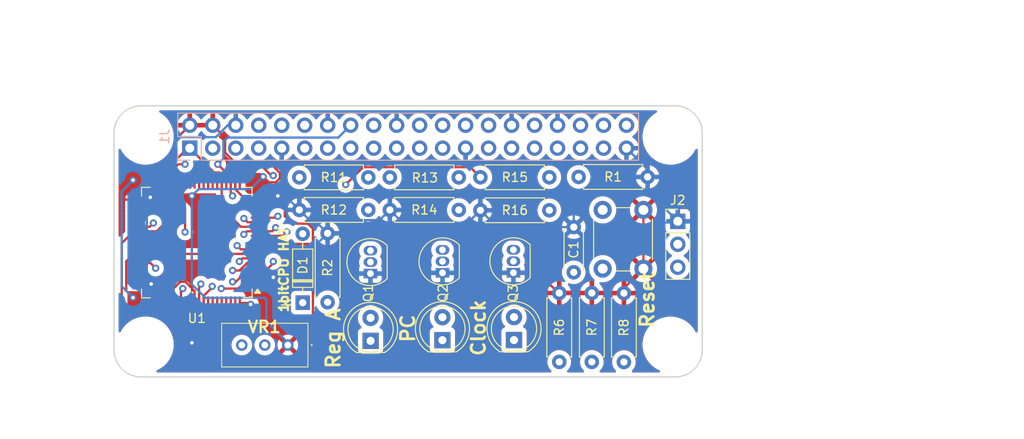
<source format=kicad_pcb>
(kicad_pcb (version 20240108) (generator "pcbnew") (generator_version "8.0")
  (layers (0 "F.Cu" jumper) (1 "In1.Cu" signal) (2 "In2.Cu" signal) (31 "B.Cu" signal) (34 "B.Paste" user) (35 "F.Paste" user) (36 "B.SilkS" user "B.Silkscreen") (37 "F.SilkS" user "F.Silkscreen") (38 "B.Mask" user) (39 "F.Mask" user) (44 "Edge.Cuts" user))
  (net 0 "")
  (net 1 "GND")
  (net 2 "+5V")
  (net 3 "Net-(LED1-A)")
  (net 4 "Net-(LED2-A)")
  (net 5 "Net-(LED3-A)")
  (net 6 "Net-(LED1-K)")
  (net 7 "Net-(LED2-K)")
  (net 8 "Net-(LED3-K)")
  (net 9 "Net-(Q1-B)")
  (net 10 "Net-(Q2-B)")
  (net 11 "Net-(Q3-B)")
  (net 12 "/GPIO11_SPI_SCLK")
  (net 13 "/ID_SD")
  (net 14 "+3V3")
  (net 15 "/GPIO26")
  (net 16 "/GPIO7_SPI_CE1_N")
  (net 17 "/GPIO19")
  (net 18 "/GPIO8_SPI_CE0_N")
  (net 19 "/GPIO12")
  (net 20 "/GPIO5")
  (net 21 "/GPIO27_GEN2")
  (net 22 "/GPIO10_SPI_MOSI")
  (net 23 "/GPIO9_SPI_MISO")
  (net 24 "/GPIO14_TXD0")
  (net 25 "/GPIO25_GEN6")
  (net 26 "/GPIO23_GEN4")
  (net 27 "/GPIO15_RXD0")
  (net 28 "/GPIO20")
  (net 29 "/GPIO21")
  (net 30 "/ID_SC")
  (net 31 "/GPIO17_GEN0")
  (net 32 "/GPIO16")
  (net 33 "/GPIO18_GEN1")
  (net 34 "/GPIO6")
  (net 35 "/GPIO3_SCL1")
  (net 36 "/GPIO4_GPIO_GCLK")
  (net 37 "/GPIO2_SDA1")
  (net 38 "/GPIO13")
  (net 39 "Net-(U1-CLK_GXP)")
  (net 77 "Net-(U1-IN_RYO)")
  (net 78 "Net-(U1-IN_B02)")
  (net 79 "Net-(U1-IN_B04)")
  (net 80 "Net-(U1-IN_B08)")
  (net 81 "Net-(U1-PROG0_GXP)")
  (net 82 "Net-(U1-IN_B11)")
  (net 83 "Net-(U1-OUT_B13)")
  (net 84 "/GPIO24_GEN5")
  (net 85 "/GPIO22_GEN3")
  (net 86 "Net-(D1-K)")
  (footprint "LED_THT:LED_D5.0mm" (layer "F.Cu") (at 167.1 115.7 90)
    (property "Reference" "LED3" (hide yes))
    (property "Value" "LED" (hide yes))
  )
  (footprint "Package_TO_SOT_THT:TO-92_Inline" (layer "F.Cu") (at 167.035 108.25 90)
    (property "Reference" "Q3")
    (property "Value" "2SC1815")
  )
  (footprint "Resistor_THT:R_Axial_DIN0207_L6.3mm_D2.5mm_P7.62mm_Horizontal" (layer "F.Cu") (at 163.385 97.69)
    (property "Reference" "R15")
    (property "Value" "20k")
  )
  (footprint "Package_TO_SOT_THT:TO-92_Inline" (layer "F.Cu") (at 151.235 108.34 90)
    (property "Reference" "Q1")
    (property "Value" "2SC1815")
  )
  (footprint "LED_THT:LED_D5.0mm" (layer "F.Cu") (at 151.25 115.785 90)
    (property "Reference" "LED1" (hide yes))
    (property "Value" "LED" (hide yes))
  )
  (footprint "HAT_conn:MountingHole_2.7mm_M2.5_uHAT_RPi" (layer "F.Cu") (at 126.4 93.2)
    (property "Reference" "H3" (hide yes))
    (property "Value" "MountingHole")
  )
  (footprint "Resistor_THT:R_Axial_DIN0207_L6.3mm_D2.5mm_P7.62mm_Horizontal" (layer "F.Cu") (at 179.245 118.125 90)
    (property "Reference" "R8")
    (property "Value" "1k")
  )
  (footprint "HAT_conn:MountingHole_2.7mm_M2.5_uHAT_RPi" (layer "F.Cu") (at 126.4 116.2)
    (property "Reference" "H4" (hide yes))
    (property "Value" "MountingHole")
  )
  (footprint "Connector_PinHeader_2.54mm:PinHeader_1x03_P2.54mm_Vertical" (layer "F.Cu") (at 185.2 102.56)
    (property "Reference" "J2")
    (property "Value" "Conn_01x03")
  )
  (footprint "Resistor_THT:R_Axial_DIN0207_L6.3mm_D2.5mm_P7.62mm_Horizontal" (layer "F.Cu") (at 174.24 97.65)
    (property "Reference" "R1")
    (property "Value" "10k")
  )
  (footprint "LED_THT:LED_D5.0mm" (layer "F.Cu") (at 159.19 115.71 90)
    (property "Reference" "LED2" (hide yes))
    (property "Value" "LED" (hide yes))
  )
  (footprint "HAT_conn:MountingHole_2.7mm_M2.5_uHAT_RPi" (layer "F.Cu") (at 184.4 116.2)
    (property "Reference" "H2" (hide yes))
    (property "Value" "MountingHole")
  )
  (footprint "HAT_conn:3296W1103" (layer "F.Cu") (at 142.1 116.25 180)
    (property "Reference" "VR1")
    (property "Value" "3296W-1-103" (hide yes))
  )
  (footprint "Resistor_THT:R_Axial_DIN0207_L6.3mm_D2.5mm_P7.62mm_Horizontal" (layer "F.Cu") (at 175.7 118.11 90)
    (property "Reference" "R7")
    (property "Value" "1k")
  )
  (footprint "Button_Switch_THT:SW_PUSH_6mm" (layer "F.Cu") (at 181.4 101.3 -90)
    (property "Reference" "SW3" (hide yes))
    (property "Value" "SW_Push" (hide yes))
  )
  (footprint "Package_TO_SOT_THT:TO-92_Inline" (layer "F.Cu") (at 159.2 108.26 90)
    (property "Reference" "Q2")
    (property "Value" "2SC1815")
  )
  (footprint "Resistor_THT:R_Axial_DIN0207_L6.3mm_D2.5mm_P7.62mm_Horizontal" (layer "F.Cu") (at 171.005 101.34 180)
    (property "Reference" "R16")
    (property "Value" "10k")
  )
  (footprint "Diode_THT:D_DO-35_SOD27_P7.62mm_Horizontal" (layer "F.Cu") (at 143.75 111.56 90)
    (property "Reference" "D1")
    (property "Value" "1N4148")
  )
  (footprint "Resistor_THT:R_Axial_DIN0207_L6.3mm_D2.5mm_P7.62mm_Horizontal" (layer "F.Cu") (at 151 101.3 180)
    (property "Reference" "R12")
    (property "Value" "10k")
  )
  (footprint "Package_QFP:LQFP-80_12x12mm_P0.5mm" (layer "F.Cu") (at 132.05 104.9125 180)
    (property "Reference" "U1")
    (property "Value" "PTC06-1")
  )
  (footprint "Resistor_THT:R_Axial_DIN0207_L6.3mm_D2.5mm_P7.62mm_Horizontal" (layer "F.Cu") (at 161 101.3 180)
    (property "Reference" "R14")
    (property "Value" "10k")
  )
  (footprint "Capacitor_THT:C_Disc_D4.3mm_W1.9mm_P5.00mm" (layer "F.Cu") (at 173.7 103.2 -90)
    (property "Reference" "C1")
    (property "Value" "0.1u")
  )
  (footprint "Resistor_THT:R_Axial_DIN0207_L6.3mm_D2.5mm_P7.62mm_Horizontal" (layer "F.Cu") (at 146.5 111.51 90)
    (property "Reference" "R2")
    (property "Value" "1k")
  )
  (footprint "Resistor_THT:R_Axial_DIN0207_L6.3mm_D2.5mm_P7.62mm_Horizontal" (layer "F.Cu") (at 143.38 97.7)
    (property "Reference" "R11")
    (property "Value" "20k")
  )
  (footprint "Resistor_THT:R_Axial_DIN0207_L6.3mm_D2.5mm_P7.62mm_Horizontal" (layer "F.Cu") (at 172.1 118.11 90)
    (property "Reference" "R6")
    (property "Value" "1k")
  )
  (footprint "HAT_conn:MountingHole_2.7mm_M2.5_uHAT_RPi" (layer "F.Cu") (at 184.4 93.2)
    (property "Reference" "H1" (hide yes))
    (property "Value" "MountingHole")
  )
  (footprint "Resistor_THT:R_Axial_DIN0207_L6.3mm_D2.5mm_P7.62mm_Horizontal" (layer "F.Cu") (at 153.38 97.7)
    (property "Reference" "R13")
    (property "Value" "20k")
  )
  (footprint "HAT_conn:PinSocket_2x20_P2.54mm_Vertical_Centered_Anchor" (layer "B.Cu") (at 155.4 93.2 -90)
    (property "Reference" "J1")
    (property "Value" "GPIO_CONNECTOR")
  )
  (gr_arc (start 122.9 92.78) (mid 123.77868 90.65868) (end 125.9 89.78) (stroke (width 0.15)) (layer "Edge.Cuts"))
  (gr_line (start 187.9 92.78) (end 187.9 116.78) (stroke (width 0.15)) (layer "Edge.Cuts"))
  (gr_arc (start 125.9 119.78) (mid 123.77868 118.90132) (end 122.9 116.78) (stroke (width 0.15)) (layer "Edge.Cuts"))
  (gr_line (start 184.4 119.78) (end 184.9 119.78) (stroke (width 0.15)) (layer "Edge.Cuts"))
  (gr_arc (start 184.9 89.78) (mid 187.02132 90.65868) (end 187.9 92.78) (stroke (width 0.15)) (layer "Edge.Cuts"))
  (gr_line (start 125.9 89.78) (end 184.9 89.78) (stroke (width 0.15)) (layer "Edge.Cuts"))
  (gr_line (start 122.9 116.78) (end 122.9 92.78) (stroke (width 0.15)) (layer "Edge.Cuts"))
  (gr_arc (start 187.9 116.78) (mid 187.02132 118.90132) (end 184.9 119.78) (stroke (width 0.15)) (layer "Edge.Cuts"))
  (gr_line (start 126.4 119.78) (end 125.9 119.78) (stroke (width 0.15)) (layer "Edge.Cuts"))
  (gr_line (start 126.4 119.78) (end 184.4 119.78) (stroke (width 0.15)) (layer "Edge.Cuts"))
  (gr_text "Clock" (at 164.05 117.61 90) (layer "F.SilkS") (effects (font (size 1.5 1.5) (thickness 0.3) (bold yes)) (justify left bottom)))
  (gr_text "Reg A" (at 148 119 90) (layer "F.SilkS") (effects (font (size 1.5 1.5) (thickness 0.3) (bold yes)) (justify left bottom)))
  (gr_text "Reset" (at 182.7 114.5 90) (layer "F.SilkS") (effects (font (size 1.5 1.5) (thickness 0.3) (bold yes)) (justify left bottom)))
  (gr_text "1bitCPU HAT\n" (at 142.25 112.75 90) (layer "F.SilkS") (effects (font (size 1 1) (thickness 0.25) (bold yes)) (justify left bottom)))
  (gr_text "PC" (at 156.25 116.11 90) (layer "F.SilkS") (effects (font (size 1.5 1.5) (thickness 0.3) (bold yes)) (justify left bottom)))
  (segment (start 151.235 108.34) (end 151.01 108.34) (width 0.25) (layer "F.Cu") (net 1))
  (segment (start 125.3625 100.6625) (end 126.14974 100.6625) (width 0.25) (layer "F.Cu") (net 1))
  (segment (start 131.3 111.6) (end 131.3 115.8) (width 0.25) (layer "F.Cu") (net 1))
  (segment (start 138.7375 109.1625) (end 140.0875 109.1625) (width 0.25) (layer "F.Cu") (net 1))
  (segment (start 125.3625 109.6625) (end 126.8375 109.6625) (width 0.25) (layer "F.Cu") (net 1))
  (segment (start 131.3 115.8) (end 131.5 116) (width 0.25) (layer "F.Cu") (net 1))
  (segment (start 136.3 99.01224) (end 137.45026 100.1625) (width 0.25) (layer "F.Cu") (net 1))
  (segment (start 136.3 98.225) (end 136.3 99.01224) (width 0.25) (layer "F.Cu") (net 1))
  (segment (start 127.3 99.51224) (end 127.3 98.225) (width 0.25) (layer "F.Cu") (net 1))
  (segment (start 126.8375 109.6625) (end 127 109.5) (width 0.25) (layer "F.Cu") (net 1))
  (segment (start 126.14974 100.6625) (end 126.90612 99.90612) (width 0.25) (layer "F.Cu") (net 1))
  (segment (start 137.45026 100.1625) (end 138.7375 100.1625) (width 0.25) (layer "F.Cu") (net 1))
  (segment (start 140.5875 100.1625) (end 141 99.75) (width 0.25) (layer "F.Cu") (net 1))
  (segment (start 138.7375 100.1625) (end 140.5875 100.1625) (width 0.25) (layer "F.Cu") (net 1))
  (segment (start 140.0875 109.1625) (end 140.5 108.75) (width 0.25) (layer "F.Cu") (net 1))
  (segment (start 126.90612 99.90612) (end 127.3 99.51224) (width 0.25) (layer "F.Cu") (net 1))
  (segment (start 137.85 111.6) (end 138 111.75) (width 0.25) (layer "F.Cu") (net 1))
  (segment (start 136.8 111.6) (end 137.85 111.6) (width 0.25) (layer "F.Cu") (net 1))
  (segment (start 141.43 94.47) (end 141.675 94.715) (width 0.25) (layer "F.Cu") (net 1))
  (via (at 127 109.5) (size 0.8) (drill 0.4) (layers "F.Cu" "B.Cu") (net 1))
  (via (at 140.5 108.75) (size 0.8) (drill 0.4) (layers "F.Cu" "B.Cu") (net 1))
  (via (at 126.90612 99.90612) (size 0.8) (drill 0.4) (layers "F.Cu" "B.Cu") (net 1))
  (via (at 141 99.75) (size 0.8) (drill 0.4) (layers "F.Cu" "B.Cu") (net 1))
  (via (at 138 111.75) (size 0.8) (drill 0.4) (layers "F.Cu" "B.Cu") (net 1))
  (via (at 131.5 116) (size 0.8) (drill 0.4) (layers "F.Cu" "B.Cu") (net 1))
  (segment (start 146.5 103.89) (end 145.035 102.425) (width 0.25) (layer "B.Cu") (net 1))
  (segment (start 133.75 116) (end 131.5 116) (width 0.25) (layer "B.Cu") (net 1))
  (segment (start 167.025 108.26) (end 167.035 108.25) (width 0.25) (layer "B.Cu") (net 1))
  (segment (start 146.5 105.09) (end 146.5 103.89) (width 0.25) (layer "B.Cu") (net 1))
  (segment (start 181.86 97.65) (end 181.86 99.22) (width 0.25) (layer "B.Cu") (net 1))
  (segment (start 141.43 99.32) (end 141 99.75) (width 0.25) (layer "B.Cu") (net 1))
  (segment (start 159.2 108.26) (end 167.025 108.26) (width 0.25) (layer "B.Cu") (net 1))
  (segment (start 181.86 99.22) (end 185.2 102.56) (width 0.25) (layer "B.Cu") (net 1))
  (segment (start 135.471701 91.93) (end 134.151701 93.25) (width 0.25) (layer "B.Cu") (net 1))
  (segment (start 168.65 108.25) (end 173.7 103.2) (width 0.25) (layer "B.Cu") (net 1))
  (segment (start 126.525 100.475) (end 126.525 109.025) (width 0.25) (layer "B.Cu") (net 1))
  (segment (start 130.25 93.25) (end 129.625 93.875) (width 0.25) (layer "B.Cu") (net 1))
  (segment (start 161.975 102.75) (end 163.385 101.34) (width 0.25) (layer "B.Cu") (net 1))
  (segment (start 181.86 97.65) (end 177.6 97.65) (width 0.25) (layer "B.Cu") (net 1))
  (segment (start 143.38 101.3) (end 144.505 102.425) (width 0.25) (layer "B.Cu") (net 1))
  (segment (start 153.38 101.3) (end 154.83 102.75) (width 0.25) (layer "B.Cu") (net 1))
  (segment (start 127 109.5) (end 129.25 111.75) (width 0.25) (layer "B.Cu") (net 1))
  (segment (start 126.90612 99.90612) (end 126.90612 100.09388) (width 0.25) (layer "B.Cu") (net 1))
  (segment (start 138 111.75) (end 133.75 116) (width 0.25) (layer "B.Cu") (net 1))
  (segment (start 149.75 108.34) (end 151.235 108.34) (width 0.25) (layer "B.Cu") (net 1))
  (segment (start 140.5 108.69) (end 140.5 108.75) (width 0.25) (layer "B.Cu") (net 1))
  (segment (start 181.86 96.8) (end 181.86 97.65) (width 0.25) (layer "B.Cu") (net 1))
  (segment (start 167.035 108.25) (end 168.65 108.25) (width 0.25) (layer "B.Cu") (net 1))
  (segment (start 149.75 108.34) (end 146.5 105.09) (width 0.25) (layer "B.Cu") (net 1))
  (segment (start 129.625 93.875) (end 129.625 97.18724) (width 0.25) (layer "B.Cu") (net 1))
  (segment (start 152.255 102.425) (end 153.38 101.3) (width 0.25) (layer "B.Cu") (net 1))
  (segment (start 141 99.75) (end 141.83 99.75) (width 0.25) (layer "B.Cu") (net 1))
  (segment (start 141.64 108.75) (end 140.5 108.75) (width 0.25) (layer "B.Cu") (net 1))
  (segment (start 141.83 99.75) (end 143.38 101.3) (width 0.25) (layer "B.Cu") (net 1))
  (segment (start 165.245 103.2) (end 173.7 103.2) (width 0.25) (layer "B.Cu") (net 1))
  (segment (start 145.035 102.425) (end 144.505 102.425) (width 0.25) (layer "B.Cu") (net 1))
  (segment (start 151.235 108.34) (end 159.12 108.34) (width 0.25) (layer "B.Cu") (net 1))
  (segment (start 144.505 102.425) (end 152.255 102.425) (width 0.25) (layer "B.Cu") (net 1))
  (segment (start 154.83 102.75) (end 161.975 102.75) (width 0.25) (layer "B.Cu") (net 1))
  (segment (start 126.90612 100.09388) (end 126.525 100.475) (width 0.25) (layer "B.Cu") (net 1))
  (segment (start 163.385 101.34) (end 165.245 103.2) (width 0.25) (layer "B.Cu") (net 1))
  (segment (start 177.6 97.65) (end 173.7 101.55) (width 0.25) (layer "B.Cu") (net 1))
  (segment (start 136.35 91.93) (end 135.471701 91.93) (width 0.25) (layer "B.Cu") (net 1))
  (segment (start 173.7 101.55) (end 173.7 103.2) (width 0.25) (layer "B.Cu") (net 1))
  (segment (start 129.25 111.75) (end 138 111.75) (width 0.25) (layer "B.Cu") (net 1))
  (segment (start 126.525 109.025) (end 127 109.5) (width 0.25) (layer "B.Cu") (net 1))
  (segment (start 141.43 94.47) (end 141.43 99.32) (width 0.25) (layer "B.Cu") (net 1))
  (segment (start 129.625 97.18724) (end 126.90612 99.90612) (width 0.25) (layer "B.Cu") (net 1))
  (segment (start 146.5 103.89) (end 141.64 108.75) (width 0.25) (layer "B.Cu") (net 1))
  (segment (start 159.12 108.34) (end 159.2 108.26) (width 0.25) (layer "B.Cu") (net 1))
  (segment (start 134.151701 93.25) (end 130.25 93.25) (width 0.25) (layer "B.Cu") (net 1))
  (segment (start 179.53 94.47) (end 181.86 96.8) (width 0.25) (layer "B.Cu") (net 1))
  (segment (start 136.218299 96) (end 140.025305 96) (width 0.25) (layer "F.Cu") (net 2))
  (segment (start 138.7375 109.6625) (end 142.75 109.6625) (width 0.25) (layer "F.Cu") (net 2))
  (segment (start 129.8 110.81276) (end 129.8 111.6) (width 0.25) (layer "F.Cu") (net 2))
  (segment (start 137.525 97.5) (end 139.25 97.5) (width 0.25) (layer "F.Cu") (net 2))
  (segment (start 181.4 101.3) (end 181.4 107.8) (width 0.25) (layer "F.Cu") (net 2))
  (segment (start 131.8 111.6) (end 131.8 112.38724) (width 0.25) (layer "F.Cu") (net 2))
  (segment (start 125.75 111.75) (end 127.15 111.75) (width 0.25) (layer "F.Cu") (net 2))
  (segment (start 144.81 105.065) (end 144.875 105) (width 0.25) (layer "F.Cu") (net 2))
  (segment (start 127.3 111.6) (end 127.3 110.81276) (width 0.25) (layer "F.Cu") (net 2))
  (segment (start 129.625 93.575) (end 129.625 94.535839) (width 0.25) (layer "F.Cu") (net 2))
  (segment (start 124.25 106.98776) (end 124.25 110.25) (width 0.25) (layer "F.Cu") (net 2))
  (segment (start 124.25 110.25) (end 125 111) (width 0.25) (layer "F.Cu") (net 2))
  (segment (start 140.775305 98.25) (end 140 98.25) (width 0.25) (layer "F.Cu") (net 2))
  (segment (start 134.16276 114.75) (end 140.85 114.75) (width 0.25) (layer "F.Cu") (net 2))
  (segment (start 130.224695 109.25) (end 130.775305 109.25) (width 0.25) (layer "F.Cu") (net 2))
  (segment (start 141.300305 99.025) (end 141.775 99.499695) (width 0.25) (layer "F.Cu") (net 2))
  (segment (start 144.875 105) (end 144.875 105.5) (width 0.25) (layer "F.Cu") (net 2))
  (segment (start 125 98) (end 123.75 99.25) (width 0.25) (layer "F.Cu") (net 2))
  (segment (start 127.57526 110.5375) (end 129.25 110.5375) (width 0.25) (layer "F.Cu") (net 2))
  (segment (start 135.175 93.295) (end 135.175 94.956701) (width 0.25) (layer "F.Cu") (net 2))
  (segment (start 172.1 110.49) (end 172.01 110.49) (width 0.25) (layer "F.Cu") (net 2))
  (segment (start 172.01 110.49) (end 171.1825 109.6625) (width 0.25) (layer "F.Cu") (net 2))
  (segment (start 144.875 113.475) (end 142.1 116.25) (width 0.25) (layer "F.Cu") (net 2))
  (segment (start 127.15 111.75) (end 127.3 111.6) (width 0.25) (layer "F.Cu") (net 2))
  (segment (start 143.0875 109.6625) (end 143.25 109.5) (width 0.25) (layer "F.Cu") (net 2))
  (segment (start 129.25 110.224695) (end 130.224695 109.25) (width 0.25) (layer "F.Cu") (net 2))
  (segment (start 179.245 109.955) (end 179.245 110.505) (width 0.25) (layer "F.Cu") (net 2))
  (segment (start 126.160839 98) (end 125 98) (width 0.25) (layer "F.Cu") (net 2))
  (segment (start 141.775 102) (end 142.59 102.815) (width 0.25) (layer "F.Cu") (net 2))
  (segment (start 140.775 99.025) (end 141.300305 99.025) (width 0.25) (layer "F.Cu") (net 2))
  (segment (start 129.625 94.535839) (end 126.160839 98) (width 0.25) (layer "F.Cu") (net 2))
  (segment (start 140.6625 104.6625) (end 141.065 105.065) (width 0.25) (layer "F.Cu") (net 2))
  (segment (start 138.7375 104.6625) (end 140.6625 104.6625) (width 0.25) (layer "F.Cu") (net 2))
  (segment (start 129.52474 110.5375) (end 129.8 110.81276) (width 0.25) (layer "F.Cu") (net 2))
  (segment (start 131.8 110.274695) (end 131.8 111.6) (width 0.25) (layer "F.Cu") (net 2))
  (segment (start 139.25 97.5) (end 140.775 99.025) (width 0.25) (layer "F.Cu") (net 2))
  (segment (start 129.25 110.5375) (end 129.52474 110.5375) (width 0.25) (layer "F.Cu") (net 2))
  (segment (start 141.225 97.800305) (end 140.775305 98.25) (width 0.25) (layer "F.Cu") (net 2))
  (segment (start 141.775 99.499695) (end 141.775 102) (width 0.25) (layer "F.Cu") (net 2))
  (segment (start 171.1825 109.6625) (end 142.75 109.6625) (width 0.25) (layer "F.Cu") (net 2))
  (segment (start 140.025305 96) (end 141.225 97.199695) (width 0.25) (layer "F.Cu") (net 2))
  (segment (start 139.375 97.625) (end 139.25 97.5) (width 0.25) (layer "F.Cu") (net 2))
  (segment (start 123.75 99.75) (end 124.1625 100.1625) (width 0.25) (layer "F.Cu") (net 2))
  (segment (start 144.315 102.815) (end 144.875 103.375) (width 0.25) (layer "F.Cu") (net 2))
  (segment (start 140.85 114.75) (end 142.1 116) (width 0.25) (layer "F.Cu") (net 2))
  (segment (start 181.4 107.8) (end 179.245 109.955) (width 0.25) (layer "F.Cu") (net 2))
  (segment (start 141.225 97.199695) (end 141.225 97.800305) (width 0.25) (layer "F.Cu") (net 2))
  (segment (start 135.175 94.956701) (end 136.218299 96) (width 0.25) (layer "F.Cu") (net 2))
  (segment (start 140 98.25) (end 139.375 97.625) (width 0.25) (layer "F.Cu") (net 2))
  (segment (start 129.25 110.5375) (end 129.25 110.224695) (width 0.25) (layer "F.Cu") (net 2))
  (segment (start 131.8 112.38724) (end 134.16276 114.75) (width 0.25) (layer "F.Cu") (net 2))
  (segment (start 142.59 102.815) (end 144.315 102.815) (width 0.25) (layer "F.Cu") (net 2))
  (segment (start 179.005 110.505) (end 178.99 110.49) (width 0.25) (layer "F.Cu") (net 2))
  (segment (start 125.3625 106.6625) (end 124.57526 106.6625) (width 0.25) (layer "F.Cu") (net 2))
  (segment (start 140.75 105.5) (end 144.875 105.5) (width 0.25) (layer "F.Cu") (net 2))
  (segment (start 138.7375 105.1625) (end 140.4125 105.1625) (width 0.25) (layer "F.Cu") (net 2))
  (segment (start 136.8 98.225) (end 137.525 97.5) (width 0.25) (layer "F.Cu") (net 2))
  (segment (start 178.99 110.49) (end 175.7 110.49) (width 0.25) (layer "F.Cu") (net 2))
  (segment (start 131.27 91.93) (end 129.625 93.575) (width 0.25) (layer "F.Cu") (net 2))
  (segment (start 179.245 110.505) (end 179.005 110.505) (width 0.25) (layer "F.Cu") (net 2))
  (segment (start 140.4125 105.1625) (end 140.75 105.5) (width 0.25) (layer "F.Cu") (net 2))
  (segment (start 130.775305 109.25) (end 131.8 110.274695) (width 0.25) (layer "F.Cu") (net 2))
  (segment (start 124.57526 106.6625) (end 124.25 106.98776) (width 0.25) (layer "F.Cu") (net 2))
  (segment (start 144.875 103.375) (end 144.875 105) (width 0.25) (layer "F.Cu") (net 2))
  (segment (start 124.1625 100.1625) (end 125.3625 100.1625) (width 0.25) (layer "F.Cu") (net 2))
  (segment (start 141.065 105.065) (end 144.81 105.065) (width 0.25) (layer "F.Cu") (net 2))
  (segment (start 142.75 109.6625) (end 143.0875 109.6625) (width 0.25) (layer "F.Cu") (net 2))
  (segment (start 127.3 110.81276) (end 127.57526 110.5375) (width 0.25) (layer "F.Cu") (net 2))
  (segment (start 144.875 105.5) (end 144.875 113.475) (width 0.25) (layer "F.Cu") (net 2))
  (segment (start 175.7 110.49) (end 172.1 110.49) (width 0.25) (layer "F.Cu") (net 2))
  (segment (start 123.75 99.25) (end 123.75 99.75) (width 0.25) (layer "F.Cu") (net 2))
  (segment (start 125 111) (end 125.75 111.75) (width 0.25) (layer "F.Cu") (net 2))
  (segment (start 133.81 91.93) (end 135.175 93.295) (width 0.25) (layer "F.Cu") (net 2))
  (via (at 125 98) (size 0.8) (drill 0.4) (layers "F.Cu" "B.Cu") (net 2))
  (via (at 131.5 99.75) (size 0.8) (drill 0.4) (layers "F.Cu" "B.Cu") (net 2))
  (via (at 125 111) (size 0.8) (drill 0.4) (layers "F.Cu" "B.Cu") (net 2))
  (via (at 139.375 97.625) (size 0.8) (drill 0.4) (layers "F.Cu" "B.Cu") (net 2))
  (segment (start 123.75 109.75) (end 125 111) (width 0.25) (layer "B.Cu") (net 2))
  (segment (start 139.75 111.25) (end 139.75 113.65) (width 0.25) (layer "B.Cu") (net 2))
  (segment (start 123.75 99.25) (end 123.75 109.75) (width 0.25) (layer "B.Cu") (net 2))
  (segment (start 132.999695 111.025) (end 139.525 111.025) (width 0.25) (layer "B.Cu") (net 2))
  (segment (start 131.5 99.75) (end 131.5 109.525305) (width 0.25) (layer "B.Cu") (net 2))
  (segment (start 139.75 113.65) (end 142.1 116) (width 0.25) (layer "B.Cu") (net 2))
  (segment (start 125 98) (end 123.75 99.25) (width 0.25) (layer "B.Cu") (net 2))
  (segment (start 139.525 111.025) (end 139.75 111.25) (width 0.25) (layer "B.Cu") (net 2))
  (segment (start 138 99) (end 139.375 97.625) (width 0.25) (layer "B.Cu") (net 2))
  (segment (start 131.5 109.525305) (end 132.999695 111.025) (width 0.25) (layer "B.Cu") (net 2))
  (segment (start 132.25 99) (end 138 99) (width 0.25) (layer "B.Cu") (net 2))
  (segment (start 131.5 99.75) (end 132.25 99) (width 0.25) (layer "B.Cu") (net 2))
  (segment (start 159.185 115.705) (end 159.19 115.71) (width 0.25) (layer "F.Cu") (net 7))
  (segment (start 128.8 98.225) (end 128.8 102.475305) (width 0.25) (layer "F.Cu") (net 14))
  (segment (start 134.8 97.43776) (end 134.8 98.225) (width 0.25) (layer "F.Cu") (net 14))
  (segment (start 134.8 101.05) (end 136.9125 103.1625) (width 0.25) (layer "F.Cu") (net 14))
  (segment (start 128.8 102.475305) (end 127.612805 103.6625) (width 0.25) (layer "F.Cu") (net 14))
  (segment (start 133.9625 97.1625) (end 134.52474 97.1625) (width 0.25) (layer "F.Cu") (net 14))
  (segment (start 131.27 94.47) (end 131.27 94.96776) (width 0.25) (layer "F.Cu") (net 14))
  (segment (start 134.52474 97.1625) (end 134.8 97.43776) (width 0.25) (layer "F.Cu") (net 14))
  (segment (start 136.9125 103.1625) (end 138.7375 103.1625) (width 0.25) (layer "F.Cu") (net 14))
  (segment (start 131.27 94.47) (end 133.9625 97.1625) (width 0.25) (layer "F.Cu") (net 14))
  (segment (start 128.8 96.7) (end 128.8 98.225) (width 0.25) (layer "F.Cu") (net 14))
  (segment (start 134.8 98.225) (end 134.8 101.05) (width 0.25) (layer "F.Cu") (net 14))
  (segment (start 127.612805 103.6625) (end 125.3625 103.6625) (width 0.25) (layer "F.Cu") (net 14))
  (segment (start 131.03 94.47) (end 128.8 96.7) (width 0.25) (layer "F.Cu") (net 14))
  (segment (start 131.27 94.47) (end 131.03 94.47) (width 0.25) (layer "F.Cu") (net 14))
  (segment (start 127.25 102.75) (end 126.8375 103.1625) (width 0.25) (layer "F.Cu") (net 19))
  (segment (start 126.8375 103.1625) (end 125.3625 103.1625) (width 0.25) (layer "F.Cu") (net 19))
  (via (at 127.25 102.75) (size 0.8) (drill 0.4) (layers "F.Cu" "B.Cu") (net 19))
  (segment (start 132.3 109.7) (end 132.3 111.6) (width 0.25) (layer "F.Cu") (net 21))
  (segment (start 132.5 109.5) (end 132.3 109.7) (width 0.25) (layer "F.Cu") (net 21))
  (via (at 132.5 109.5) (size 0.8) (drill 0.4) (layers "F.Cu" "B.Cu") (net 21))
  (segment (start 141 102) (end 140.8375 102.1625) (width 0.25) (layer "F.Cu") (net 25))
  (segment (start 140.8375 102.1625) (end 138.7375 102.1625) (width 0.25) (layer "F.Cu") (net 25))
  (via (at 141 102) (size 0.8) (drill 0.4) (layers "F.Cu" "B.Cu") (net 25))
  (segment (start 134.36224 96.25) (end 135.3 97.18776) (width 0.25) (layer "F.Cu") (net 26))
  (segment (start 134.36224 96.25) (end 134.25 96.36224) (width 0.25) (layer "F.Cu") (net 26))
  (segment (start 134.25 96.36224) (end 134.25 96.5) (width 0.25) (layer "F.Cu") (net 26))
  (segment (start 135.3 97.18776) (end 135.3 98.225) (width 0.25) (layer "F.Cu") (net 26))
  (via (at 134.36224 96.25) (size 0.8) (drill 0.4) (layers "F.Cu" "B.Cu") (net 26))
  (segment (start 147.685 93.295) (end 135.455 93.295) (width 0.25) (layer "B.Cu") (net 26))
  (segment (start 135.455 93.295) (end 134.985 93.765) (width 0.25) (layer "B.Cu") (net 26))
  (segment (start 134.985 95.62724) (end 134.36224 96.25) (width 0.25) (layer "B.Cu") (net 26))
  (segment (start 149.05 91.93) (end 147.685 93.295) (width 0.25) (layer "B.Cu") (net 26))
  (segment (start 134.985 93.765) (end 134.985 95.62724) (width 0.25) (layer "B.Cu") (net 26))
  (segment (start 125.3625 107.1625) (end 126.9125 107.1625) (width 0.25) (layer "F.Cu") (net 31))
  (segment (start 126.9125 107.1625) (end 127.5 107.75) (width 0.25) (layer "F.Cu") (net 31))
  (via (at 127.5 107.75) (size 0.8) (drill 0.4) (layers "F.Cu" "B.Cu") (net 31))
  (segment (start 141.5875 104.1625) (end 138.7375 104.1625) (width 0.25) (layer "F.Cu") (net 38))
  (segment (start 142 103.75) (end 141.5875 104.1625) (width 0.25) (layer "F.Cu") (net 38))
  (via (at 142 103.75) (size 0.8) (drill 0.4) (layers "F.Cu" "B.Cu") (net 38))
  (segment (start 140.362805 103.6625) (end 140.762652 103.262653) (width 0.25) (layer "F.Cu") (net 39))
  (segment (start 148.5 98.5) (end 150.425 96.575) (width 0.25) (layer "F.Cu") (net 39))
  (segment (start 136.61276 110) (end 137.95026 108.6625) (width 0.25) (layer "F.Cu") (net 39))
  (segment (start 134.75 110) (end 136.61276 110) (width 0.25) (layer "F.Cu") (net 39))
  (segment (start 140.762652 103.262652) (end 140.762653 103.262652) (width 0.25) (layer "F.Cu") (net 39))
  (segment (start 138.7375 103.6625) (end 140.362805 103.6625) (width 0.25) (layer "F.Cu") (net 39))
  (segment (start 140.762652 103.262653) (end 140.762652 103.262652) (width 0.25) (layer "F.Cu") (net 39))
  (segment (start 150.425 96.575) (end 162.27 96.575) (width 0.25) (layer "F.Cu") (net 39))
  (segment (start 162.27 96.575) (end 163.385 97.69) (width 0.25) (layer "F.Cu") (net 39))
  (segment (start 137.5875 103.6625) (end 137.25 104) (width 0.25) (layer "F.Cu") (net 39))
  (segment (start 138.7375 103.6625) (end 137.5875 103.6625) (width 0.25) (layer "F.Cu") (net 39))
  (segment (start 137.95026 108.6625) (end 138.7375 108.6625) (width 0.25) (layer "F.Cu") (net 39))
  (via (at 148.5 98.5) (size 0.8) (drill 0.4) (layers "F.Cu" "B.Cu") (net 39))
  (via (at 140.762652 103.262652) (size 0.8) (drill 0.4) (layers "F.Cu" "B.Cu") (net 39))
  (via (at 134.75 110) (size 0.8) (drill 0.4) (layers "F.Cu" "B.Cu") (net 39))
  (via (at 137.25 104) (size 0.8) (drill 0.4) (layers "F.Cu" "B.Cu") (net 39))
  (segment (start 130.3 110.2) (end 130.5 110) (width 0.25) (layer "F.Cu") (net 77))
  (segment (start 130.3 111.6) (end 130.3 110.2) (width 0.25) (layer "F.Cu") (net 77))
  (via (at 130.5 110) (size 0.8) (drill 0.4) (layers "F.Cu" "B.Cu") (net 77))
  (segment (start 138.7375 102.6625) (end 137.6625 102.6625) (width 0.25) (layer "F.Cu") (net 78))
  (segment (start 137.6625 102.6625) (end 137.25 102.25) (width 0.25) (layer "F.Cu") (net 78))
  (segment (start 137.95026 107.6625) (end 137.40026 108.2125) (width 0.25) (layer "F.Cu") (net 78))
  (segment (start 138.7375 107.6625) (end 137.95026 107.6625) (width 0.25) (layer "F.Cu") (net 78))
  (segment (start 137.40026 108.2125) (end 136.36276 109.25) (width 0.25) (layer "F.Cu") (net 78))
  (segment (start 136.36276 109.25) (end 136 109.25) (width 0.25) (layer "F.Cu") (net 78))
  (via (at 136 109.25) (size 0.8) (drill 0.4) (layers "F.Cu" "B.Cu") (net 78))
  (via (at 137.25 102.25) (size 0.8) (drill 0.4) (layers "F.Cu" "B.Cu") (net 78))
  (segment (start 137.612805 107.1625) (end 136.775305 108) (width 0.25) (layer "F.Cu") (net 79))
  (segment (start 136.66276 96.575) (end 138.5 96.575) (width 0.25) (layer "F.Cu") (net 79))
  (segment (start 135.8 98.225) (end 135.8 99.55) (width 0.25) (layer "F.Cu") (net 79))
  (segment (start 140.275305 97.5) (end 140.5 97.5) (width 0.25) (layer "F.Cu") (net 79))
  (segment (start 135.8 98.225) (end 135.8 97.43776) (width 0.25) (layer "F.Cu") (net 79))
  (segment (start 135.8 99.55) (end 136 99.75) (width 0.25) (layer "F.Cu") (net 79))
  (segment (start 138.7375 107.1625) (end 137.612805 107.1625) (width 0.25) (layer "F.Cu") (net 79))
  (segment (start 139.350305 96.575) (end 140.275305 97.5) (width 0.25) (layer "F.Cu") (net 79))
  (segment (start 135.8 97.43776) (end 136.66276 96.575) (width 0.25) (layer "F.Cu") (net 79))
  (segment (start 138.5 96.575) (end 139.350305 96.575) (width 0.25) (layer "F.Cu") (net 79))
  (segment (start 136.775305 108) (end 136 108) (width 0.25) (layer "F.Cu") (net 79))
  (via (at 136 108) (size 0.8) (drill 0.4) (layers "F.Cu" "B.Cu") (net 79))
  (via (at 140.5 97.5) (size 0.8) (drill 0.4) (layers "F.Cu" "B.Cu") (net 79))
  (via (at 136 99.75) (size 0.8) (drill 0.4) (layers "F.Cu" "B.Cu") (net 79))
  (segment (start 129.8 98.225) (end 129.8 97.43776) (width 0.25) (layer "F.Cu") (net 80))
  (segment (start 136.75 107) (end 137.0875 106.6625) (width 0.25) (layer "F.Cu") (net 80))
  (segment (start 129.8 98.225) (end 129.8 100.3) (width 0.25) (layer "F.Cu") (net 80))
  (segment (start 129.8 100.3) (end 130.75 101.25) (width 0.25) (layer "F.Cu") (net 80))
  (segment (start 137.0875 106.6625) (end 138.7375 106.6625) (width 0.25) (layer "F.Cu") (net 80))
  (segment (start 130.75 101.25) (end 130.75 103.75) (width 0.25) (layer "F.Cu") (net 80))
  (via (at 130.75 103.75) (size 0.8) (drill 0.4) (layers "F.Cu" "B.Cu") (net 80))
  (via (at 136.75 107) (size 0.8) (drill 0.4) (layers "F.Cu" "B.Cu") (net 80))
  (segment (start 133.75 109.86276) (end 133.75 109.75) (width 0.25) (layer "F.Cu") (net 81))
  (segment (start 136.9125 105.6625) (end 138.7375 105.6625) (width 0.25) (layer "F.Cu") (net 81))
  (segment (start 132.8 110.81276) (end 133.75 109.86276) (width 0.25) (layer "F.Cu") (net 81))
  (segment (start 136.5 105.25) (end 136.9125 105.6625) (width 0.25) (layer "F.Cu") (net 81))
  (segment (start 132.8 111.6) (end 132.8 110.81276) (width 0.25) (layer "F.Cu") (net 81))
  (via (at 136.5 105.25) (size 0.8) (drill 0.4) (layers "F.Cu" "B.Cu") (net 81))
  (via (at 133.75 109.75) (size 0.8) (drill 0.4) (layers "F.Cu" "B.Cu") (net 81))
  (segment (start 123.75 104.98776) (end 123.75 112.5) (width 0.25) (layer "F.Cu") (net 82))
  (segment (start 124.25 113) (end 124.275 112.975) (width 0.25) (layer "F.Cu") (net 82))
  (segment (start 124.275 112.975) (end 130.275 112.975) (width 0.25) (layer "F.Cu") (net 82))
  (segment (start 130.275 112.975) (end 130.8 112.45) (width 0.25) (layer "F.Cu") (net 82))
  (segment (start 130.8 112.45) (end 130.8 111.6) (width 0.25) (layer "F.Cu") (net 82))
  (segment (start 125.3625 104.1625) (end 124.57526 104.1625) (width 0.25) (layer "F.Cu") (net 82))
  (segment (start 123.75 112.5) (end 124.25 113) (width 0.25) (layer "F.Cu") (net 82))
  (segment (start 124.57526 104.1625) (end 123.75 104.98776) (width 0.25) (layer "F.Cu") (net 82))
  (segment (start 125.3625 106.1625) (end 138.7375 106.1625) (width 0.25) (layer "F.Cu") (net 83))
  (segment (start 130.75 96.25) (end 130 96.25) (width 0.25) (layer "F.Cu") (net 84))
  (segment (start 130 96.25) (end 129.3 96.95) (width 0.25) (layer "F.Cu") (net 84))
  (segment (start 129.3 96.95) (end 129.3 98.225) (width 0.25) (layer "F.Cu") (net 84))
  (via (at 130.75 96.25) (size 0.8) (drill 0.4) (layers "F.Cu" "B.Cu") (net 84))
  (segment (start 138.7375 108.1625) (end 139.52474 108.1625) (width 0.25) (layer "F.Cu") (net 86))
  (segment (start 140.5 107.18724) (end 140.5 107) (width 0.25) (layer "F.Cu") (net 86))
  (segment (start 139.52474 108.1625) (end 140.5 107.18724) (width 0.25) (layer "F.Cu") (net 86))
  (via (at 140.5 107) (size 0.8) (drill 0.4) (layers "F.Cu" "B.Cu") (net 86))
  (zone (net 2) (net_name "+5V") (layer "F.Cu") (connect_pads (clearance 0.508)) (min_thickness 0.254) (fill yes (thermal_gap 0.508) (thermal_bridge_width 0.508))
    (polygon (pts (xy 121.32 88.2) (xy 121.32 120.712) (xy 188.884 120.712) (xy 188.884 88.2)))
  )
  (zone (net 1) (net_name "GND") (layer "B.Cu") (connect_pads (clearance 0.508)) (min_thickness 0.254) (fill yes (thermal_gap 0.508) (thermal_bridge_width 0.508))
    (polygon (pts (xy 121.32 88.2) (xy 121.32 120.712) (xy 188.884 120.712) (xy 188.884 88.2)))
  )
)
</source>
